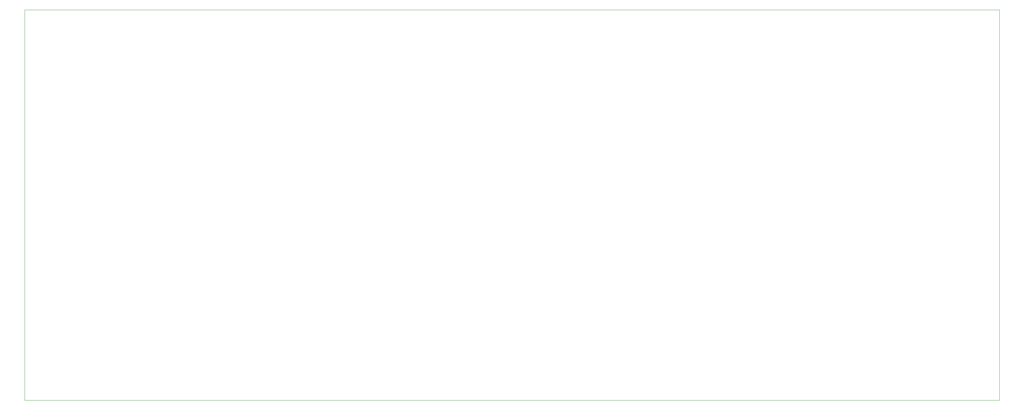
<source format=gbr>
%TF.GenerationSoftware,KiCad,Pcbnew,8.0.5*%
%TF.CreationDate,2024-11-15T20:54:06-05:00*%
%TF.ProjectId,amp_board_final,616d705f-626f-4617-9264-5f66696e616c,rev?*%
%TF.SameCoordinates,Original*%
%TF.FileFunction,Profile,NP*%
%FSLAX46Y46*%
G04 Gerber Fmt 4.6, Leading zero omitted, Abs format (unit mm)*
G04 Created by KiCad (PCBNEW 8.0.5) date 2024-11-15 20:54:06*
%MOMM*%
%LPD*%
G01*
G04 APERTURE LIST*
%TA.AperFunction,Profile*%
%ADD10C,0.100000*%
%TD*%
G04 APERTURE END LIST*
D10*
X14000000Y-14000000D02*
X282337200Y-14000000D01*
X282337200Y-121651200D01*
X14000000Y-121651200D01*
X14000000Y-14000000D01*
M02*

</source>
